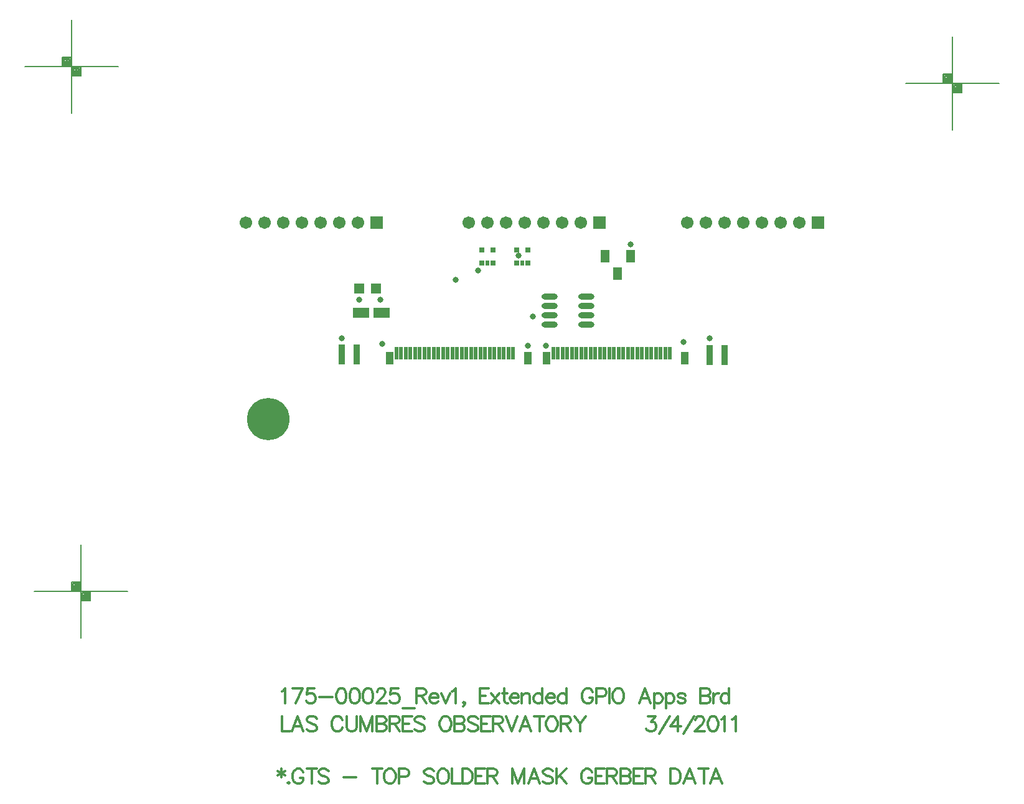
<source format=gts>
%FSLAX23Y23*%
%MOIN*%
G70*
G01*
G75*
G04 Layer_Color=8388736*
%ADD10R,0.020X0.020*%
%ADD11R,0.016X0.020*%
%ADD12O,0.079X0.024*%
%ADD13R,0.078X0.048*%
%ADD14R,0.050X0.050*%
%ADD15R,0.014X0.060*%
%ADD16R,0.030X0.100*%
%ADD17R,0.031X0.060*%
%ADD18R,0.039X0.063*%
%ADD19C,0.020*%
%ADD20C,0.010*%
%ADD21C,0.005*%
%ADD22C,0.012*%
%ADD23C,0.008*%
%ADD24C,0.012*%
%ADD25C,0.012*%
%ADD26R,0.059X0.059*%
%ADD27C,0.059*%
%ADD28C,0.219*%
%ADD29C,0.024*%
%ADD30C,0.040*%
%ADD31C,0.075*%
%ADD32C,0.206*%
%ADD33C,0.050*%
G04:AMPARAMS|DCode=34|XSize=70mil|YSize=70mil|CornerRadius=0mil|HoleSize=0mil|Usage=FLASHONLY|Rotation=0.000|XOffset=0mil|YOffset=0mil|HoleType=Round|Shape=Relief|Width=10mil|Gap=10mil|Entries=4|*
%AMTHD34*
7,0,0,0.070,0.050,0.010,45*
%
%ADD34THD34*%
%ADD35C,0.010*%
%ADD36C,0.010*%
%ADD37C,0.008*%
%ADD38C,0.007*%
%ADD39C,0.007*%
%ADD40R,0.226X0.148*%
%ADD41R,0.028X0.028*%
%ADD42R,0.024X0.028*%
%ADD43O,0.087X0.032*%
%ADD44R,0.086X0.056*%
%ADD45R,0.058X0.058*%
%ADD46R,0.022X0.068*%
%ADD47R,0.038X0.108*%
%ADD48R,0.039X0.068*%
%ADD49R,0.047X0.071*%
%ADD50R,0.067X0.067*%
%ADD51C,0.067*%
%ADD52C,0.227*%
%ADD53C,0.032*%
D22*
X21602Y13720D02*
Y13675D01*
X21583Y13709D02*
X21621Y13686D01*
Y13709D02*
X21583Y13686D01*
X21641Y13648D02*
X21637Y13644D01*
X21641Y13640D01*
X21645Y13644D01*
X21641Y13648D01*
X21720Y13701D02*
X21716Y13709D01*
X21708Y13716D01*
X21701Y13720D01*
X21685D01*
X21678Y13716D01*
X21670Y13709D01*
X21666Y13701D01*
X21662Y13690D01*
Y13671D01*
X21666Y13659D01*
X21670Y13652D01*
X21678Y13644D01*
X21685Y13640D01*
X21701D01*
X21708Y13644D01*
X21716Y13652D01*
X21720Y13659D01*
Y13671D01*
X21701D02*
X21720D01*
X21765Y13720D02*
Y13640D01*
X21738Y13720D02*
X21791D01*
X21854Y13709D02*
X21846Y13716D01*
X21835Y13720D01*
X21820D01*
X21808Y13716D01*
X21801Y13709D01*
Y13701D01*
X21805Y13694D01*
X21808Y13690D01*
X21816Y13686D01*
X21839Y13678D01*
X21846Y13675D01*
X21850Y13671D01*
X21854Y13663D01*
Y13652D01*
X21846Y13644D01*
X21835Y13640D01*
X21820D01*
X21808Y13644D01*
X21801Y13652D01*
X21935Y13675D02*
X22003D01*
X22116Y13720D02*
Y13640D01*
X22090Y13720D02*
X22143D01*
X22176D02*
X22168Y13716D01*
X22160Y13709D01*
X22156Y13701D01*
X22153Y13690D01*
Y13671D01*
X22156Y13659D01*
X22160Y13652D01*
X22168Y13644D01*
X22176Y13640D01*
X22191D01*
X22198Y13644D01*
X22206Y13652D01*
X22210Y13659D01*
X22214Y13671D01*
Y13690D01*
X22210Y13701D01*
X22206Y13709D01*
X22198Y13716D01*
X22191Y13720D01*
X22176D01*
X22232Y13678D02*
X22267D01*
X22278Y13682D01*
X22282Y13686D01*
X22286Y13694D01*
Y13705D01*
X22282Y13713D01*
X22278Y13716D01*
X22267Y13720D01*
X22232D01*
Y13640D01*
X22420Y13709D02*
X22412Y13716D01*
X22401Y13720D01*
X22385D01*
X22374Y13716D01*
X22366Y13709D01*
Y13701D01*
X22370Y13694D01*
X22374Y13690D01*
X22382Y13686D01*
X22404Y13678D01*
X22412Y13675D01*
X22416Y13671D01*
X22420Y13663D01*
Y13652D01*
X22412Y13644D01*
X22401Y13640D01*
X22385D01*
X22374Y13644D01*
X22366Y13652D01*
X22460Y13720D02*
X22453Y13716D01*
X22445Y13709D01*
X22441Y13701D01*
X22438Y13690D01*
Y13671D01*
X22441Y13659D01*
X22445Y13652D01*
X22453Y13644D01*
X22460Y13640D01*
X22476D01*
X22483Y13644D01*
X22491Y13652D01*
X22495Y13659D01*
X22498Y13671D01*
Y13690D01*
X22495Y13701D01*
X22491Y13709D01*
X22483Y13716D01*
X22476Y13720D01*
X22460D01*
X22517D02*
Y13640D01*
X22563D01*
X22572Y13720D02*
Y13640D01*
Y13720D02*
X22598D01*
X22610Y13716D01*
X22617Y13709D01*
X22621Y13701D01*
X22625Y13690D01*
Y13671D01*
X22621Y13659D01*
X22617Y13652D01*
X22610Y13644D01*
X22598Y13640D01*
X22572D01*
X22692Y13720D02*
X22643D01*
Y13640D01*
X22692D01*
X22643Y13682D02*
X22673D01*
X22706Y13720D02*
Y13640D01*
Y13720D02*
X22740D01*
X22751Y13716D01*
X22755Y13713D01*
X22759Y13705D01*
Y13697D01*
X22755Y13690D01*
X22751Y13686D01*
X22740Y13682D01*
X22706D01*
X22732D02*
X22759Y13640D01*
X22840Y13720D02*
Y13640D01*
Y13720D02*
X22870Y13640D01*
X22901Y13720D02*
X22870Y13640D01*
X22901Y13720D02*
Y13640D01*
X22984D02*
X22954Y13720D01*
X22924Y13640D01*
X22935Y13667D02*
X22973D01*
X23056Y13709D02*
X23049Y13716D01*
X23037Y13720D01*
X23022D01*
X23011Y13716D01*
X23003Y13709D01*
Y13701D01*
X23007Y13694D01*
X23011Y13690D01*
X23018Y13686D01*
X23041Y13678D01*
X23049Y13675D01*
X23053Y13671D01*
X23056Y13663D01*
Y13652D01*
X23049Y13644D01*
X23037Y13640D01*
X23022D01*
X23011Y13644D01*
X23003Y13652D01*
X23074Y13720D02*
Y13640D01*
X23128Y13720D02*
X23074Y13667D01*
X23093Y13686D02*
X23128Y13640D01*
X23266Y13701D02*
X23262Y13709D01*
X23254Y13716D01*
X23247Y13720D01*
X23231D01*
X23224Y13716D01*
X23216Y13709D01*
X23212Y13701D01*
X23208Y13690D01*
Y13671D01*
X23212Y13659D01*
X23216Y13652D01*
X23224Y13644D01*
X23231Y13640D01*
X23247D01*
X23254Y13644D01*
X23262Y13652D01*
X23266Y13659D01*
Y13671D01*
X23247D02*
X23266D01*
X23333Y13720D02*
X23284D01*
Y13640D01*
X23333D01*
X23284Y13682D02*
X23314D01*
X23347Y13720D02*
Y13640D01*
Y13720D02*
X23381D01*
X23392Y13716D01*
X23396Y13713D01*
X23400Y13705D01*
Y13697D01*
X23396Y13690D01*
X23392Y13686D01*
X23381Y13682D01*
X23347D01*
X23373D02*
X23400Y13640D01*
X23418Y13720D02*
Y13640D01*
Y13720D02*
X23452D01*
X23464Y13716D01*
X23467Y13713D01*
X23471Y13705D01*
Y13697D01*
X23467Y13690D01*
X23464Y13686D01*
X23452Y13682D01*
X23418D02*
X23452D01*
X23464Y13678D01*
X23467Y13675D01*
X23471Y13667D01*
Y13656D01*
X23467Y13648D01*
X23464Y13644D01*
X23452Y13640D01*
X23418D01*
X23539Y13720D02*
X23489D01*
Y13640D01*
X23539D01*
X23489Y13682D02*
X23520D01*
X23552Y13720D02*
Y13640D01*
Y13720D02*
X23586D01*
X23598Y13716D01*
X23601Y13713D01*
X23605Y13705D01*
Y13697D01*
X23601Y13690D01*
X23598Y13686D01*
X23586Y13682D01*
X23552D01*
X23579D02*
X23605Y13640D01*
X23686Y13720D02*
Y13640D01*
Y13720D02*
X23713D01*
X23724Y13716D01*
X23732Y13709D01*
X23736Y13701D01*
X23739Y13690D01*
Y13671D01*
X23736Y13659D01*
X23732Y13652D01*
X23724Y13644D01*
X23713Y13640D01*
X23686D01*
X23818D02*
X23788Y13720D01*
X23757Y13640D01*
X23769Y13667D02*
X23807D01*
X23864Y13720D02*
Y13640D01*
X23837Y13720D02*
X23890D01*
X23961Y13640D02*
X23930Y13720D01*
X23900Y13640D01*
X23911Y13667D02*
X23949D01*
D23*
X24944Y17396D02*
X25444D01*
X25194Y17146D02*
Y17646D01*
X25144Y17396D02*
Y17446D01*
X25194D01*
X25244Y17346D02*
Y17396D01*
X25194Y17346D02*
X25244D01*
X25199Y17391D02*
X25239D01*
Y17351D02*
Y17391D01*
X25199Y17351D02*
X25239D01*
X25199D02*
Y17391D01*
X25204Y17386D02*
X25234D01*
Y17356D02*
Y17386D01*
X25204Y17356D02*
X25234D01*
X25204D02*
Y17381D01*
X25209D02*
X25229D01*
Y17361D02*
Y17381D01*
X25209Y17361D02*
X25229D01*
X25209D02*
Y17376D01*
X25214D02*
X25224D01*
Y17366D02*
Y17376D01*
X25214Y17366D02*
X25224D01*
X25214D02*
Y17376D01*
Y17371D02*
X25224D01*
X25149Y17441D02*
X25189D01*
Y17401D02*
Y17441D01*
X25149Y17401D02*
X25189D01*
X25149D02*
Y17441D01*
X25154Y17436D02*
X25184D01*
Y17406D02*
Y17436D01*
X25154Y17406D02*
X25184D01*
X25154D02*
Y17431D01*
X25159D02*
X25179D01*
Y17411D02*
Y17431D01*
X25159Y17411D02*
X25179D01*
X25159D02*
Y17426D01*
X25164D02*
X25174D01*
Y17416D02*
Y17426D01*
X25164Y17416D02*
X25174D01*
X25164D02*
Y17426D01*
Y17421D02*
X25174D01*
X20279Y14670D02*
X20779D01*
X20529Y14420D02*
Y14920D01*
X20479Y14670D02*
Y14720D01*
X20529D01*
X20579Y14620D02*
Y14670D01*
X20529Y14620D02*
X20579D01*
X20534Y14665D02*
X20574D01*
Y14625D02*
Y14665D01*
X20534Y14625D02*
X20574D01*
X20534D02*
Y14665D01*
X20539Y14660D02*
X20569D01*
Y14630D02*
Y14660D01*
X20539Y14630D02*
X20569D01*
X20539D02*
Y14655D01*
X20544D02*
X20564D01*
Y14635D02*
Y14655D01*
X20544Y14635D02*
X20564D01*
X20544D02*
Y14650D01*
X20549D02*
X20559D01*
Y14640D02*
Y14650D01*
X20549Y14640D02*
X20559D01*
X20549D02*
Y14650D01*
Y14645D02*
X20559D01*
X20484Y14715D02*
X20524D01*
Y14675D02*
Y14715D01*
X20484Y14675D02*
X20524D01*
X20484D02*
Y14715D01*
X20489Y14710D02*
X20519D01*
Y14680D02*
Y14710D01*
X20489Y14680D02*
X20519D01*
X20489D02*
Y14705D01*
X20494D02*
X20514D01*
Y14685D02*
Y14705D01*
X20494Y14685D02*
X20514D01*
X20494D02*
Y14700D01*
X20499D02*
X20509D01*
Y14690D02*
Y14700D01*
X20499Y14690D02*
X20509D01*
X20499D02*
Y14700D01*
Y14695D02*
X20509D01*
X20230Y17485D02*
X20730D01*
X20480Y17235D02*
Y17735D01*
X20430Y17485D02*
Y17535D01*
X20480D01*
X20530Y17435D02*
Y17485D01*
X20480Y17435D02*
X20530D01*
X20485Y17480D02*
X20525D01*
Y17440D02*
Y17480D01*
X20485Y17440D02*
X20525D01*
X20485D02*
Y17480D01*
X20490Y17475D02*
X20520D01*
Y17445D02*
Y17475D01*
X20490Y17445D02*
X20520D01*
X20490D02*
Y17470D01*
X20495D02*
X20515D01*
Y17450D02*
Y17470D01*
X20495Y17450D02*
X20515D01*
X20495D02*
Y17465D01*
X20500D02*
X20510D01*
Y17455D02*
Y17465D01*
X20500Y17455D02*
X20510D01*
X20500D02*
Y17465D01*
Y17460D02*
X20510D01*
X20435Y17530D02*
X20475D01*
Y17490D02*
Y17530D01*
X20435Y17490D02*
X20475D01*
X20435D02*
Y17530D01*
X20440Y17525D02*
X20470D01*
Y17495D02*
Y17525D01*
X20440Y17495D02*
X20470D01*
X20440D02*
Y17520D01*
X20445D02*
X20465D01*
Y17500D02*
Y17520D01*
X20445Y17500D02*
X20465D01*
X20445D02*
Y17515D01*
X20450D02*
X20460D01*
Y17505D02*
Y17515D01*
X20450Y17505D02*
X20460D01*
X20450D02*
Y17515D01*
Y17510D02*
X20460D01*
D24*
X21604Y14136D02*
X21612Y14139D01*
X21623Y14151D01*
Y14071D01*
X21716Y14151D02*
X21678Y14071D01*
X21663Y14151D02*
X21716D01*
X21779D02*
X21741D01*
X21738Y14117D01*
X21741Y14120D01*
X21753Y14124D01*
X21764D01*
X21776Y14120D01*
X21783Y14113D01*
X21787Y14101D01*
Y14094D01*
X21783Y14082D01*
X21776Y14075D01*
X21764Y14071D01*
X21753D01*
X21741Y14075D01*
X21738Y14079D01*
X21734Y14086D01*
X21805Y14105D02*
X21874D01*
X21920Y14151D02*
X21909Y14147D01*
X21901Y14136D01*
X21897Y14117D01*
Y14105D01*
X21901Y14086D01*
X21909Y14075D01*
X21920Y14071D01*
X21928D01*
X21939Y14075D01*
X21947Y14086D01*
X21950Y14105D01*
Y14117D01*
X21947Y14136D01*
X21939Y14147D01*
X21928Y14151D01*
X21920D01*
X21991D02*
X21980Y14147D01*
X21972Y14136D01*
X21968Y14117D01*
Y14105D01*
X21972Y14086D01*
X21980Y14075D01*
X21991Y14071D01*
X21999D01*
X22010Y14075D01*
X22018Y14086D01*
X22022Y14105D01*
Y14117D01*
X22018Y14136D01*
X22010Y14147D01*
X21999Y14151D01*
X21991D01*
X22062D02*
X22051Y14147D01*
X22043Y14136D01*
X22040Y14117D01*
Y14105D01*
X22043Y14086D01*
X22051Y14075D01*
X22062Y14071D01*
X22070D01*
X22082Y14075D01*
X22089Y14086D01*
X22093Y14105D01*
Y14117D01*
X22089Y14136D01*
X22082Y14147D01*
X22070Y14151D01*
X22062D01*
X22115Y14132D02*
Y14136D01*
X22118Y14143D01*
X22122Y14147D01*
X22130Y14151D01*
X22145D01*
X22153Y14147D01*
X22157Y14143D01*
X22160Y14136D01*
Y14128D01*
X22157Y14120D01*
X22149Y14109D01*
X22111Y14071D01*
X22164D01*
X22228Y14151D02*
X22190D01*
X22186Y14117D01*
X22190Y14120D01*
X22201Y14124D01*
X22213D01*
X22224Y14120D01*
X22232Y14113D01*
X22235Y14101D01*
Y14094D01*
X22232Y14082D01*
X22224Y14075D01*
X22213Y14071D01*
X22201D01*
X22190Y14075D01*
X22186Y14079D01*
X22182Y14086D01*
X22253Y14044D02*
X22314D01*
X22325Y14151D02*
Y14071D01*
Y14151D02*
X22359D01*
X22370Y14147D01*
X22374Y14143D01*
X22378Y14136D01*
Y14128D01*
X22374Y14120D01*
X22370Y14117D01*
X22359Y14113D01*
X22325D01*
X22351D02*
X22378Y14071D01*
X22396Y14101D02*
X22441D01*
Y14109D01*
X22438Y14117D01*
X22434Y14120D01*
X22426Y14124D01*
X22415D01*
X22407Y14120D01*
X22400Y14113D01*
X22396Y14101D01*
Y14094D01*
X22400Y14082D01*
X22407Y14075D01*
X22415Y14071D01*
X22426D01*
X22434Y14075D01*
X22441Y14082D01*
X22459Y14124D02*
X22481Y14071D01*
X22504Y14124D02*
X22481Y14071D01*
X22517Y14136D02*
X22525Y14139D01*
X22536Y14151D01*
Y14071D01*
X22584Y14075D02*
X22580Y14071D01*
X22576Y14075D01*
X22580Y14079D01*
X22584Y14075D01*
Y14067D01*
X22580Y14059D01*
X22576Y14056D01*
X22713Y14151D02*
X22664D01*
Y14071D01*
X22713D01*
X22664Y14113D02*
X22694D01*
X22727Y14124D02*
X22769Y14071D01*
Y14124D02*
X22727Y14071D01*
X22797Y14151D02*
Y14086D01*
X22801Y14075D01*
X22808Y14071D01*
X22816D01*
X22785Y14124D02*
X22812D01*
X22827Y14101D02*
X22873D01*
Y14109D01*
X22869Y14117D01*
X22865Y14120D01*
X22858Y14124D01*
X22846D01*
X22839Y14120D01*
X22831Y14113D01*
X22827Y14101D01*
Y14094D01*
X22831Y14082D01*
X22839Y14075D01*
X22846Y14071D01*
X22858D01*
X22865Y14075D01*
X22873Y14082D01*
X22890Y14124D02*
Y14071D01*
Y14109D02*
X22902Y14120D01*
X22909Y14124D01*
X22921D01*
X22928Y14120D01*
X22932Y14109D01*
Y14071D01*
X22999Y14151D02*
Y14071D01*
Y14113D02*
X22991Y14120D01*
X22983Y14124D01*
X22972D01*
X22964Y14120D01*
X22957Y14113D01*
X22953Y14101D01*
Y14094D01*
X22957Y14082D01*
X22964Y14075D01*
X22972Y14071D01*
X22983D01*
X22991Y14075D01*
X22999Y14082D01*
X23020Y14101D02*
X23066D01*
Y14109D01*
X23062Y14117D01*
X23058Y14120D01*
X23050Y14124D01*
X23039D01*
X23031Y14120D01*
X23024Y14113D01*
X23020Y14101D01*
Y14094D01*
X23024Y14082D01*
X23031Y14075D01*
X23039Y14071D01*
X23050D01*
X23058Y14075D01*
X23066Y14082D01*
X23129Y14151D02*
Y14071D01*
Y14113D02*
X23121Y14120D01*
X23113Y14124D01*
X23102D01*
X23094Y14120D01*
X23087Y14113D01*
X23083Y14101D01*
Y14094D01*
X23087Y14082D01*
X23094Y14075D01*
X23102Y14071D01*
X23113D01*
X23121Y14075D01*
X23129Y14082D01*
X23270Y14132D02*
X23266Y14139D01*
X23258Y14147D01*
X23251Y14151D01*
X23236D01*
X23228Y14147D01*
X23220Y14139D01*
X23217Y14132D01*
X23213Y14120D01*
Y14101D01*
X23217Y14090D01*
X23220Y14082D01*
X23228Y14075D01*
X23236Y14071D01*
X23251D01*
X23258Y14075D01*
X23266Y14082D01*
X23270Y14090D01*
Y14101D01*
X23251D02*
X23270D01*
X23288Y14109D02*
X23322D01*
X23334Y14113D01*
X23338Y14117D01*
X23341Y14124D01*
Y14136D01*
X23338Y14143D01*
X23334Y14147D01*
X23322Y14151D01*
X23288D01*
Y14071D01*
X23359Y14151D02*
Y14071D01*
X23399Y14151D02*
X23391Y14147D01*
X23384Y14139D01*
X23380Y14132D01*
X23376Y14120D01*
Y14101D01*
X23380Y14090D01*
X23384Y14082D01*
X23391Y14075D01*
X23399Y14071D01*
X23414D01*
X23422Y14075D01*
X23429Y14082D01*
X23433Y14090D01*
X23437Y14101D01*
Y14120D01*
X23433Y14132D01*
X23429Y14139D01*
X23422Y14147D01*
X23414Y14151D01*
X23399D01*
X23579Y14071D02*
X23549Y14151D01*
X23519Y14071D01*
X23530Y14098D02*
X23568D01*
X23598Y14124D02*
Y14044D01*
Y14113D02*
X23606Y14120D01*
X23613Y14124D01*
X23625D01*
X23632Y14120D01*
X23640Y14113D01*
X23644Y14101D01*
Y14094D01*
X23640Y14082D01*
X23632Y14075D01*
X23625Y14071D01*
X23613D01*
X23606Y14075D01*
X23598Y14082D01*
X23661Y14124D02*
Y14044D01*
Y14113D02*
X23669Y14120D01*
X23676Y14124D01*
X23688D01*
X23695Y14120D01*
X23703Y14113D01*
X23707Y14101D01*
Y14094D01*
X23703Y14082D01*
X23695Y14075D01*
X23688Y14071D01*
X23676D01*
X23669Y14075D01*
X23661Y14082D01*
X23766Y14113D02*
X23762Y14120D01*
X23750Y14124D01*
X23739D01*
X23728Y14120D01*
X23724Y14113D01*
X23728Y14105D01*
X23735Y14101D01*
X23754Y14098D01*
X23762Y14094D01*
X23766Y14086D01*
Y14082D01*
X23762Y14075D01*
X23750Y14071D01*
X23739D01*
X23728Y14075D01*
X23724Y14082D01*
X23845Y14151D02*
Y14071D01*
Y14151D02*
X23880D01*
X23891Y14147D01*
X23895Y14143D01*
X23899Y14136D01*
Y14128D01*
X23895Y14120D01*
X23891Y14117D01*
X23880Y14113D01*
X23845D02*
X23880D01*
X23891Y14109D01*
X23895Y14105D01*
X23899Y14098D01*
Y14086D01*
X23895Y14079D01*
X23891Y14075D01*
X23880Y14071D01*
X23845D01*
X23917Y14124D02*
Y14071D01*
Y14101D02*
X23920Y14113D01*
X23928Y14120D01*
X23936Y14124D01*
X23947D01*
X24000Y14151D02*
Y14071D01*
Y14113D02*
X23992Y14120D01*
X23985Y14124D01*
X23973D01*
X23966Y14120D01*
X23958Y14113D01*
X23954Y14101D01*
Y14094D01*
X23958Y14082D01*
X23966Y14075D01*
X23973Y14071D01*
X23985D01*
X23992Y14075D01*
X24000Y14082D01*
D25*
X21604Y14001D02*
Y13921D01*
X21650D01*
X21719D02*
X21689Y14001D01*
X21658Y13921D01*
X21670Y13948D02*
X21708D01*
X21791Y13989D02*
X21784Y13997D01*
X21772Y14001D01*
X21757D01*
X21746Y13997D01*
X21738Y13989D01*
Y13982D01*
X21742Y13974D01*
X21746Y13970D01*
X21753Y13967D01*
X21776Y13959D01*
X21784Y13955D01*
X21787Y13951D01*
X21791Y13944D01*
Y13932D01*
X21784Y13925D01*
X21772Y13921D01*
X21757D01*
X21746Y13925D01*
X21738Y13932D01*
X21929Y13982D02*
X21925Y13989D01*
X21918Y13997D01*
X21910Y14001D01*
X21895D01*
X21887Y13997D01*
X21880Y13989D01*
X21876Y13982D01*
X21872Y13970D01*
Y13951D01*
X21876Y13940D01*
X21880Y13932D01*
X21887Y13925D01*
X21895Y13921D01*
X21910D01*
X21918Y13925D01*
X21925Y13932D01*
X21929Y13940D01*
X21952Y14001D02*
Y13944D01*
X21955Y13932D01*
X21963Y13925D01*
X21974Y13921D01*
X21982D01*
X21994Y13925D01*
X22001Y13932D01*
X22005Y13944D01*
Y14001D01*
X22027D02*
Y13921D01*
Y14001D02*
X22058Y13921D01*
X22088Y14001D02*
X22058Y13921D01*
X22088Y14001D02*
Y13921D01*
X22111Y14001D02*
Y13921D01*
Y14001D02*
X22145D01*
X22157Y13997D01*
X22160Y13993D01*
X22164Y13986D01*
Y13978D01*
X22160Y13970D01*
X22157Y13967D01*
X22145Y13963D01*
X22111D02*
X22145D01*
X22157Y13959D01*
X22160Y13955D01*
X22164Y13948D01*
Y13936D01*
X22160Y13928D01*
X22157Y13925D01*
X22145Y13921D01*
X22111D01*
X22182Y14001D02*
Y13921D01*
Y14001D02*
X22216D01*
X22228Y13997D01*
X22232Y13993D01*
X22235Y13986D01*
Y13978D01*
X22232Y13970D01*
X22228Y13967D01*
X22216Y13963D01*
X22182D01*
X22209D02*
X22235Y13921D01*
X22303Y14001D02*
X22253D01*
Y13921D01*
X22303D01*
X22253Y13963D02*
X22284D01*
X22369Y13989D02*
X22362Y13997D01*
X22350Y14001D01*
X22335D01*
X22324Y13997D01*
X22316Y13989D01*
Y13982D01*
X22320Y13974D01*
X22324Y13970D01*
X22331Y13967D01*
X22354Y13959D01*
X22362Y13955D01*
X22366Y13951D01*
X22369Y13944D01*
Y13932D01*
X22362Y13925D01*
X22350Y13921D01*
X22335D01*
X22324Y13925D01*
X22316Y13932D01*
X22473Y14001D02*
X22465Y13997D01*
X22458Y13989D01*
X22454Y13982D01*
X22450Y13970D01*
Y13951D01*
X22454Y13940D01*
X22458Y13932D01*
X22465Y13925D01*
X22473Y13921D01*
X22488D01*
X22496Y13925D01*
X22504Y13932D01*
X22507Y13940D01*
X22511Y13951D01*
Y13970D01*
X22507Y13982D01*
X22504Y13989D01*
X22496Y13997D01*
X22488Y14001D01*
X22473D01*
X22530D02*
Y13921D01*
Y14001D02*
X22564D01*
X22576Y13997D01*
X22579Y13993D01*
X22583Y13986D01*
Y13978D01*
X22579Y13970D01*
X22576Y13967D01*
X22564Y13963D01*
X22530D02*
X22564D01*
X22576Y13959D01*
X22579Y13955D01*
X22583Y13948D01*
Y13936D01*
X22579Y13928D01*
X22576Y13925D01*
X22564Y13921D01*
X22530D01*
X22654Y13989D02*
X22647Y13997D01*
X22635Y14001D01*
X22620D01*
X22609Y13997D01*
X22601Y13989D01*
Y13982D01*
X22605Y13974D01*
X22609Y13970D01*
X22616Y13967D01*
X22639Y13959D01*
X22647Y13955D01*
X22651Y13951D01*
X22654Y13944D01*
Y13932D01*
X22647Y13925D01*
X22635Y13921D01*
X22620D01*
X22609Y13925D01*
X22601Y13932D01*
X22722Y14001D02*
X22672D01*
Y13921D01*
X22722D01*
X22672Y13963D02*
X22703D01*
X22735Y14001D02*
Y13921D01*
Y14001D02*
X22769D01*
X22781Y13997D01*
X22785Y13993D01*
X22788Y13986D01*
Y13978D01*
X22785Y13970D01*
X22781Y13967D01*
X22769Y13963D01*
X22735D01*
X22762D02*
X22788Y13921D01*
X22806Y14001D02*
X22837Y13921D01*
X22867Y14001D02*
X22837Y13921D01*
X22938D02*
X22908Y14001D01*
X22878Y13921D01*
X22889Y13948D02*
X22927D01*
X22984Y14001D02*
Y13921D01*
X22957Y14001D02*
X23010D01*
X23043D02*
X23035Y13997D01*
X23028Y13989D01*
X23024Y13982D01*
X23020Y13970D01*
Y13951D01*
X23024Y13940D01*
X23028Y13932D01*
X23035Y13925D01*
X23043Y13921D01*
X23058D01*
X23066Y13925D01*
X23073Y13932D01*
X23077Y13940D01*
X23081Y13951D01*
Y13970D01*
X23077Y13982D01*
X23073Y13989D01*
X23066Y13997D01*
X23058Y14001D01*
X23043D01*
X23100D02*
Y13921D01*
Y14001D02*
X23134D01*
X23145Y13997D01*
X23149Y13993D01*
X23153Y13986D01*
Y13978D01*
X23149Y13970D01*
X23145Y13967D01*
X23134Y13963D01*
X23100D01*
X23126D02*
X23153Y13921D01*
X23171Y14001D02*
X23201Y13963D01*
Y13921D01*
X23232Y14001D02*
X23201Y13963D01*
X23564Y14001D02*
X23606D01*
X23583Y13970D01*
X23594D01*
X23602Y13967D01*
X23606Y13963D01*
X23610Y13951D01*
Y13944D01*
X23606Y13932D01*
X23598Y13925D01*
X23587Y13921D01*
X23575D01*
X23564Y13925D01*
X23560Y13928D01*
X23556Y13936D01*
X23627Y13909D02*
X23681Y14001D01*
X23724D02*
X23686Y13948D01*
X23743D01*
X23724Y14001D02*
Y13921D01*
X23757Y13909D02*
X23811Y14001D01*
X23820Y13982D02*
Y13986D01*
X23824Y13993D01*
X23827Y13997D01*
X23835Y14001D01*
X23850D01*
X23858Y13997D01*
X23862Y13993D01*
X23866Y13986D01*
Y13978D01*
X23862Y13970D01*
X23854Y13959D01*
X23816Y13921D01*
X23869D01*
X23910Y14001D02*
X23899Y13997D01*
X23891Y13986D01*
X23887Y13967D01*
Y13955D01*
X23891Y13936D01*
X23899Y13925D01*
X23910Y13921D01*
X23918D01*
X23929Y13925D01*
X23937Y13936D01*
X23941Y13955D01*
Y13967D01*
X23937Y13986D01*
X23929Y13997D01*
X23918Y14001D01*
X23910D01*
X23958Y13986D02*
X23966Y13989D01*
X23977Y14001D01*
Y13921D01*
X24017Y13986D02*
X24025Y13989D01*
X24036Y14001D01*
Y13921D01*
D41*
X22861Y16502D02*
D03*
X22921D02*
D03*
Y16431D02*
D03*
X22861D02*
D03*
X22674Y16502D02*
D03*
X22734D02*
D03*
Y16431D02*
D03*
X22674D02*
D03*
D42*
X22891D02*
D03*
X22704D02*
D03*
D43*
X23039Y16251D02*
D03*
Y16201D02*
D03*
Y16151D02*
D03*
Y16101D02*
D03*
X23236Y16251D02*
D03*
Y16201D02*
D03*
Y16151D02*
D03*
Y16101D02*
D03*
D44*
X22139Y16166D02*
D03*
X22029D02*
D03*
D45*
X22019Y16294D02*
D03*
X22109D02*
D03*
D46*
X22218Y15949D02*
D03*
X22243D02*
D03*
X22268D02*
D03*
X22293D02*
D03*
X22318D02*
D03*
X22343D02*
D03*
X22368D02*
D03*
X22393D02*
D03*
X22418D02*
D03*
X22443D02*
D03*
X22468D02*
D03*
X22493D02*
D03*
X22518D02*
D03*
X22543D02*
D03*
X22568D02*
D03*
X22593D02*
D03*
X22618D02*
D03*
X22643D02*
D03*
X22668D02*
D03*
X22693D02*
D03*
X22718D02*
D03*
X22743D02*
D03*
X22768D02*
D03*
X22793D02*
D03*
X22818D02*
D03*
X22843D02*
D03*
X23058Y15948D02*
D03*
X23083D02*
D03*
X23108D02*
D03*
X23133D02*
D03*
X23158D02*
D03*
X23183D02*
D03*
X23208D02*
D03*
X23233D02*
D03*
X23258D02*
D03*
X23283D02*
D03*
X23308D02*
D03*
X23333D02*
D03*
X23358D02*
D03*
X23383D02*
D03*
X23408D02*
D03*
X23433D02*
D03*
X23458D02*
D03*
X23483D02*
D03*
X23508D02*
D03*
X23533D02*
D03*
X23558D02*
D03*
X23583D02*
D03*
X23608D02*
D03*
X23633D02*
D03*
X23658D02*
D03*
X23683D02*
D03*
D47*
X21926Y15940D02*
D03*
X22005D02*
D03*
X23896Y15939D02*
D03*
X23975D02*
D03*
D48*
X23761Y15921D02*
D03*
X23021D02*
D03*
X22181D02*
D03*
X22921D02*
D03*
D49*
X23472Y16467D02*
D03*
X23403Y16376D02*
D03*
X23334Y16467D02*
D03*
D50*
X24476Y16648D02*
D03*
X23304D02*
D03*
X22113D02*
D03*
D51*
X24376D02*
D03*
X24276D02*
D03*
X24176D02*
D03*
X24076D02*
D03*
X23976D02*
D03*
X23876D02*
D03*
X23776D02*
D03*
X23204D02*
D03*
X23104D02*
D03*
X23004D02*
D03*
X22904D02*
D03*
X22804D02*
D03*
X22704D02*
D03*
X22604D02*
D03*
X22013D02*
D03*
X21913D02*
D03*
X21813D02*
D03*
X21713D02*
D03*
X21613D02*
D03*
X21513D02*
D03*
X21413D02*
D03*
D52*
X21533Y15596D02*
D03*
D53*
X22537Y16343D02*
D03*
X22019Y16235D02*
D03*
X23472Y16530D02*
D03*
X22950Y16146D02*
D03*
X22871Y16471D02*
D03*
X22655Y16392D02*
D03*
X22133Y16235D02*
D03*
X22143Y15998D02*
D03*
X21926Y16028D02*
D03*
X23757Y16008D02*
D03*
X23895Y16028D02*
D03*
X23019Y15989D02*
D03*
X22921D02*
D03*
M02*

</source>
